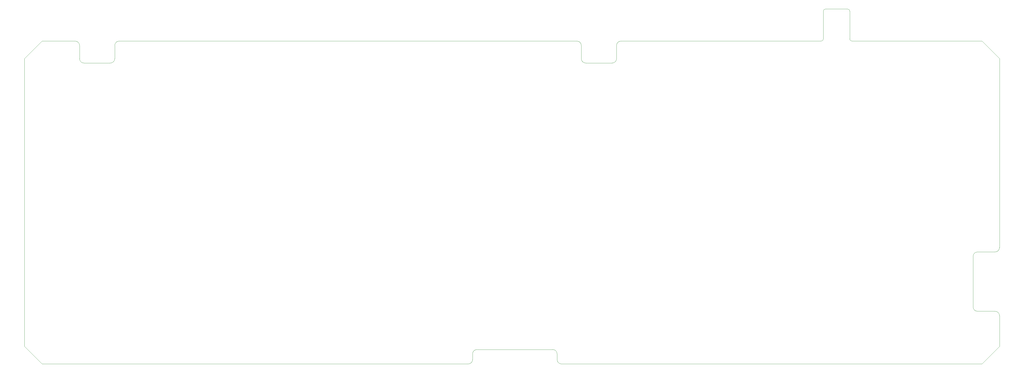
<source format=gm1>
%TF.GenerationSoftware,KiCad,Pcbnew,(6.0.5)*%
%TF.CreationDate,2022-11-05T01:05:16-04:00*%
%TF.ProjectId,TKL,544b4c2e-6b69-4636-9164-5f7063625858,rev?*%
%TF.SameCoordinates,Original*%
%TF.FileFunction,Profile,NP*%
%FSLAX46Y46*%
G04 Gerber Fmt 4.6, Leading zero omitted, Abs format (unit mm)*
G04 Created by KiCad (PCBNEW (6.0.5)) date 2022-11-05 01:05:16*
%MOMM*%
%LPD*%
G01*
G04 APERTURE LIST*
%TA.AperFunction,Profile*%
%ADD10C,0.100000*%
%TD*%
G04 APERTURE END LIST*
D10*
X476218350Y-222489950D02*
G75*
G03*
X475456300Y-221727950I-762050J-50D01*
G01*
X341777468Y-344770482D02*
X369093750Y-344770482D01*
X465931250Y-233316750D02*
G75*
G03*
X466693250Y-232554700I-50J762050D01*
G01*
X466693300Y-222489900D02*
X466693250Y-232554700D01*
X476980250Y-233316700D02*
X523875000Y-233316700D01*
X393700000Y-233316700D02*
G75*
G03*
X392112500Y-234904200I0J-1587500D01*
G01*
X200025000Y-241254200D02*
X209550000Y-241254200D01*
X198437500Y-234904200D02*
X198437500Y-239666700D01*
X392112500Y-234904200D02*
X392112500Y-239666700D01*
X198437500Y-239666700D02*
G75*
G03*
X200025000Y-241254200I1587500J0D01*
G01*
X528637500Y-330947950D02*
X522287500Y-330947950D01*
X338602468Y-349997950D02*
X184943750Y-349997950D01*
X379412500Y-239666700D02*
G75*
G03*
X381000000Y-241254200I1587500J0D01*
G01*
X528637500Y-309516700D02*
G75*
G03*
X530225000Y-307929200I0J1587500D01*
G01*
X370681250Y-348410450D02*
G75*
G03*
X372268750Y-349997950I1587550J50D01*
G01*
X379412500Y-234904200D02*
X379412500Y-239666700D01*
X520700000Y-311104200D02*
X520700000Y-329360450D01*
X476218300Y-232554700D02*
G75*
G03*
X476980250Y-233316700I762000J0D01*
G01*
X530225000Y-239666700D02*
X523875000Y-233316700D01*
X465931250Y-233316700D02*
X393700000Y-233316700D01*
X184943750Y-233316700D02*
X196850000Y-233316700D01*
X467455300Y-221727900D02*
X475456300Y-221727950D01*
X390525000Y-241254200D02*
G75*
G03*
X392112500Y-239666700I0J1587500D01*
G01*
X528637500Y-309516700D02*
X522287500Y-309516700D01*
X530225000Y-307929200D02*
X530225000Y-239666700D01*
X211137500Y-234904200D02*
X211137500Y-239666700D01*
X381000000Y-241254200D02*
X390525000Y-241254200D01*
X476218250Y-232554700D02*
X476218300Y-222489950D01*
X530225000Y-343647950D02*
X530225000Y-332535450D01*
X523875000Y-349997950D02*
X530225000Y-343647950D01*
X467455300Y-221727900D02*
G75*
G03*
X466693300Y-222489900I0J-762000D01*
G01*
X340189968Y-348410450D02*
X340189968Y-346357982D01*
X178593750Y-343647950D02*
X178593750Y-239666700D01*
X370681250Y-346357982D02*
X370681250Y-348410450D01*
X178593750Y-239666700D02*
X184943750Y-233316700D01*
X184943750Y-349997950D02*
X178593750Y-343647950D01*
X520699950Y-329360450D02*
G75*
G03*
X522287500Y-330947950I1587550J50D01*
G01*
X209550000Y-241254200D02*
G75*
G03*
X211137500Y-239666700I0J1587500D01*
G01*
X338602468Y-349997868D02*
G75*
G03*
X340189968Y-348410450I32J1587468D01*
G01*
X379412500Y-234904200D02*
G75*
G03*
X377825000Y-233316700I-1587500J0D01*
G01*
X370681218Y-346357982D02*
G75*
G03*
X369093750Y-344770482I-1587518J-18D01*
G01*
X198437500Y-234904200D02*
G75*
G03*
X196850000Y-233316700I-1587500J0D01*
G01*
X341777468Y-344770468D02*
G75*
G03*
X340189968Y-346357982I32J-1587532D01*
G01*
X212725000Y-233316700D02*
X377825000Y-233316700D01*
X372268750Y-349997950D02*
X523875000Y-349997950D01*
X212725000Y-233316700D02*
G75*
G03*
X211137500Y-234904200I0J-1587500D01*
G01*
X530225050Y-332535450D02*
G75*
G03*
X528637500Y-330947950I-1587550J-50D01*
G01*
X522287500Y-309516700D02*
G75*
G03*
X520700000Y-311104200I0J-1587500D01*
G01*
M02*

</source>
